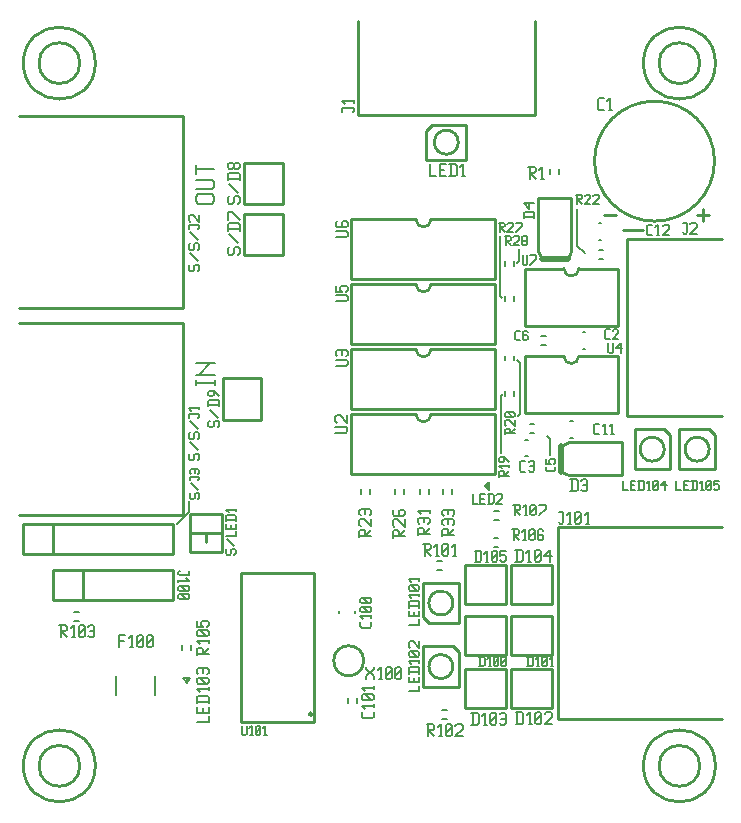
<source format=gbr>
G04 start of page 9 for group -4079 idx -4079 *
G04 Title: (unknown), topsilk *
G04 Creator: pcb 1.99z *
G04 CreationDate: Thu 09 Sep 2010 15:44:30 GMT UTC *
G04 For: rbarlow *
G04 Format: Gerber/RS-274X *
G04 PCB-Dimensions: 236220 263780 *
G04 PCB-Coordinate-Origin: lower left *
%MOIN*%
%FSLAX25Y25*%
%LNFRONTSILK*%
%ADD11C,0.0200*%
%ADD12C,0.0100*%
%ADD13C,0.0079*%
%ADD69C,0.0080*%
G54D13*X57874Y102955D02*Y99412D01*
X167520Y131301D02*X168307Y132088D01*
Y149018D01*
X167323Y150002D01*
X162008Y118898D02*Y137994D01*
X162598Y138584D01*
X187401Y188192D02*X189961Y185632D01*
X161811Y171262D02*X162205Y170868D01*
X187401Y200396D02*Y188192D01*
X167913Y183072D02*X167323Y182482D01*
X161811Y191340D02*Y171262D01*
X167913Y187207D02*Y183072D01*
X178150Y118309D02*Y123822D01*
X57874Y99412D02*X53937Y95475D01*
X178150Y123820D02*X177362Y124607D01*
G54D12*X209252Y193506D02*X202559D01*
G54D13*X60972Y202167D02*X65592D01*
X60972D02*X60202Y202937D01*
Y204477D02*Y202937D01*
Y204477D02*X60972Y205247D01*
X65592D01*
X66362Y204477D02*X65592Y205247D01*
X66362Y204477D02*Y202937D01*
X65592Y202167D02*X66362Y202937D01*
X60202Y207096D02*X65592D01*
X66362Y207866D01*
Y209406D02*Y207866D01*
Y209406D02*X65592Y210176D01*
X60202D02*X65592D01*
X60202Y215106D02*Y212026D01*
Y213566D02*X66362D01*
X60399Y143275D02*Y141735D01*
Y142505D02*X66559D01*
Y143275D02*Y141735D01*
X60399Y145124D02*X66559D01*
X60399D02*X61169D01*
X65019Y148974D01*
X60399D02*X66559D01*
X166469Y183037D02*Y181463D01*
X163453Y183037D02*Y181463D01*
X166469Y171226D02*Y169652D01*
X163453Y171226D02*Y169652D01*
X194524Y183730D02*X196098D01*
X194524Y186746D02*X196098D01*
G54D12*X174421Y186399D02*X175621Y183799D01*
X174421Y203999D02*Y186399D01*
Y203999D02*X185421D01*
Y186399D01*
X184221Y183799D02*X185421Y186399D01*
G54D11*X175621Y183799D02*X184221D01*
G54D69*X194489Y190160D02*X195275D01*
X194489Y195670D02*X195275D01*
G54D13*X181431Y213618D02*Y212044D01*
X178415Y213618D02*Y212044D01*
G54D12*X227150Y198340D02*X231150D01*
X229150Y200340D02*Y196340D01*
X196150Y198340D02*X200150D01*
X233150Y216340D02*G75*G03X233150Y216340I-20000J0D01*G01*
X209457Y249016D02*G75*G03X209457Y249016I12000J0D01*G01*
X214657D02*G75*G03X214657Y249016I6800J0D01*G01*
X114370Y231693D02*X173426D01*
Y263189D02*Y231693D01*
X114370Y263189D02*Y231693D01*
X160137Y196931D02*X138637D01*
X112137D02*X133637D01*
X160137Y176931D02*Y196931D01*
X112137Y176931D02*X160137D01*
X112137Y196931D02*Y176931D01*
X133637Y196931D02*G75*G03X138637Y196931I2500J0D01*G01*
X137056Y226538D02*X139056Y228538D01*
X150436D01*
Y216738D01*
X137056D02*X150436D01*
X137056Y226538D02*Y216738D01*
X139746Y222638D02*G75*G03X139746Y222638I4000J0D01*G01*
G54D13*X145799Y106926D02*Y105352D01*
X142783Y106926D02*Y105352D01*
X137925Y106927D02*Y105353D01*
X134909Y106927D02*Y105353D01*
X129658Y106926D02*Y105352D01*
X126642Y106926D02*Y105352D01*
X118240Y106926D02*Y105352D01*
X115224Y106926D02*Y105352D01*
G54D12*X112137Y131970D02*Y111970D01*
X160137D01*
Y131970D01*
X112137D02*X133637D01*
X160137D02*X138637D01*
X133637D02*G75*G03X138637Y131970I2500J0D01*G01*
G54D13*X158106Y109253D02*Y106891D01*
X156532Y108072D02*X158106Y106891D01*
X156532Y108072D02*X158106Y109253D01*
X156532Y108072D02*X158106D01*
G54D12*X76474Y201926D02*X89274D01*
X76474Y215826D02*Y201926D01*
Y215826D02*X89274D01*
Y201926D01*
X1367Y167352D02*X56142D01*
Y231352D01*
X1367D02*X56142D01*
X2764Y249016D02*G75*G03X2764Y249016I12000J0D01*G01*
X7964D02*G75*G03X7964Y249016I6800J0D01*G01*
X89274Y198865D02*X76474D01*
X89274Y184965D02*Y198865D01*
X76474Y184965D02*X89274D01*
X76474Y198865D02*Y184965D01*
G54D13*X175430Y158006D02*X177004D01*
X175430Y154990D02*X177004D01*
X171493Y125855D02*X173067D01*
X171493Y128871D02*X173067D01*
X166469Y151541D02*Y149967D01*
X163453Y151541D02*Y149967D01*
X166469Y139729D02*Y138155D01*
X163453Y139729D02*Y138155D01*
G54D69*X170080Y123425D02*X170866D01*
X170080Y117915D02*X170866D01*
G54D12*X160137Y175277D02*X138637D01*
X112137D02*X133637D01*
X160137Y155277D02*Y175277D01*
X112137Y155277D02*X160137D01*
X112137Y175277D02*Y155277D01*
X133637Y175277D02*G75*G03X138637Y175277I2500J0D01*G01*
X160137Y153624D02*X138637D01*
X112137D02*X133637D01*
X160137Y133624D02*Y153624D01*
X112137Y133624D02*X160137D01*
X112137Y153624D02*Y133624D01*
X133637Y153624D02*G75*G03X138637Y153624I2500J0D01*G01*
G54D13*X159682Y96723D02*X161256D01*
X159682Y99739D02*X161256D01*
G54D12*X216301Y127013D02*X218301Y125013D01*
Y113633D01*
X206501D02*X218301D01*
X206501Y127013D02*Y113633D01*
Y127013D02*X216301D01*
X212401Y124323D02*G75*G03X212401Y124323I0J-4000D01*G01*
X231262Y127013D02*X233262Y125013D01*
Y113633D01*
X221462D02*X233262D01*
X221462Y127013D02*Y113633D01*
Y127013D02*X231262D01*
X227362Y124323D02*G75*G03X227362Y124323I0J-4000D01*G01*
X184625Y122628D02*X182025Y121428D01*
X202225Y122628D02*X184625D01*
X202225Y111628D02*Y122628D01*
X184625Y111628D02*X202225D01*
X182025Y112828D02*X184625Y111628D01*
G54D11*X182025Y121428D02*Y112828D01*
G54D69*X185040Y124215D02*X185826D01*
X185040Y129725D02*X185826D01*
G54D12*X200919Y180545D02*X187919D01*
X169919D02*X182919D01*
X200919Y161545D02*Y180545D01*
X169919Y161545D02*X200919D01*
X169919Y180545D02*Y161545D01*
X182919Y180545D02*G75*G03X187919Y180545I2500J0D01*G01*
X200919Y151411D02*X187919D01*
X169919D02*X182919D01*
X200919Y132411D02*Y151411D01*
X169919Y132411D02*X200919D01*
X169919Y151411D02*Y132411D01*
X182919Y151411D02*G75*G03X187919Y151411I2500J0D01*G01*
G54D69*X189174Y153742D02*X189960D01*
X189174Y159252D02*X189960D01*
G54D12*X204131Y190512D02*Y131456D01*
X235627D01*
X204131Y190512D02*X235627D01*
X149827Y34190D02*X163727D01*
Y46990D02*Y34190D01*
X149827Y46990D02*X163727D01*
X149827D02*Y34190D01*
G54D13*X159485Y87864D02*X161059D01*
X159485Y90880D02*X161059D01*
G54D12*X165210Y64633D02*X179110D01*
X165210D02*Y51833D01*
X179110D01*
Y64633D02*Y51833D01*
X165210Y81562D02*X179110D01*
X165210D02*Y68762D01*
X179110D01*
Y81562D02*Y68762D01*
X165210Y46990D02*X179110D01*
X165210D02*Y34190D01*
X179110D01*
Y46990D02*Y34190D01*
X149827Y51833D02*X163727D01*
Y64633D02*Y51833D01*
X149827Y64633D02*X163727D01*
X149827D02*Y51833D01*
Y68762D02*X163727D01*
Y81562D02*Y68762D01*
X149827Y81562D02*X163727D01*
X149827D02*Y68762D01*
X138029Y62361D02*X136029Y64361D01*
Y75741D02*Y64361D01*
Y75741D02*X147829D01*
Y62361D01*
X138029D02*X147829D01*
X141929Y65051D02*G75*G03X141929Y65051I0J4000D01*G01*
G54D13*X55775Y54958D02*Y53384D01*
X58791Y54958D02*Y53384D01*
X56102Y44060D02*X58464D01*
X57283Y42486D02*X58464Y44060D01*
X57283Y42486D02*X56102Y44060D01*
X57283D02*Y42486D01*
X33799Y44675D02*Y38249D01*
X46515Y44675D02*Y38249D01*
G54D12*X2764Y14764D02*G75*G03X2764Y14764I12000J0D01*G01*
X7964D02*G75*G03X7964Y14764I6800J0D01*G01*
X209457D02*G75*G03X209457Y14764I12000J0D01*G01*
X214657D02*G75*G03X214657Y14764I6800J0D01*G01*
X180865Y30227D02*X235640D01*
X180865Y94227D02*Y30227D01*
Y94227D02*X235640D01*
G54D13*X140784Y80187D02*X142358D01*
X140784Y83203D02*X142358D01*
G54D69*X107875Y65751D02*Y66537D01*
X113385Y65751D02*Y66537D01*
G54D12*X75393Y79137D02*Y29531D01*
Y79137D02*X99803D01*
Y29531D01*
X75393D02*X99803D01*
X99192Y32011D02*G75*G03X99192Y32011I-610J0D01*G01*
G54D13*X142359Y30384D02*X143933D01*
X142359Y33400D02*X143933D01*
X113910Y37242D02*Y35668D01*
X110894Y37242D02*Y35668D01*
G54D12*X106219Y49805D02*G75*G03X106219Y49805I5000J0D01*G01*
X145829Y54572D02*X147829Y52572D01*
Y41192D01*
X136029D02*X147829D01*
X136029Y54572D02*Y41192D01*
Y54572D02*X145829D01*
X141929Y51882D02*G75*G03X141929Y51882I0J-4000D01*G01*
G54D13*X19721Y66076D02*X21295D01*
X19721Y63060D02*X21295D01*
G54D12*X2797Y85356D02*X52797D01*
Y95356D02*Y85356D01*
X2797Y95356D02*X52797D01*
X2797D02*Y85356D01*
X12797Y95356D02*Y85356D01*
X2797Y95356D02*X12797D01*
X12717Y70002D02*X52717D01*
Y80002D02*Y70002D01*
X12717Y80002D02*X52717D01*
X12717D02*Y70002D01*
X22717Y80002D02*Y70002D01*
X12717Y80002D02*X22717D01*
X1367Y98455D02*X56142D01*
Y162455D01*
X1367D02*X56142D01*
X58480Y98628D02*X69080D01*
X58480D02*Y86028D01*
X69080D01*
Y98628D02*Y86028D01*
X58480Y92328D02*X69080D01*
X63780D02*Y89328D01*
X69227Y130144D02*X82027D01*
X69227Y144044D02*Y130144D01*
Y144044D02*X82027D01*
Y130144D01*
G54D13*X167158Y156732D02*X168328D01*
X166768Y157122D02*X167158Y156732D01*
X166768Y159462D02*Y157122D01*
Y159462D02*X167158Y159852D01*
X168328D01*
X170434D02*X170824Y159462D01*
X169654Y159852D02*X170434D01*
X169264Y159462D02*X169654Y159852D01*
X169264Y159462D02*Y157122D01*
X169654Y156732D01*
X170434Y158292D02*X170824Y157902D01*
X169264Y158292D02*X170434D01*
X169654Y156732D02*X170434D01*
X170824Y157122D01*
Y157902D02*Y157122D01*
X197045Y157125D02*X198215D01*
X196655Y157515D02*X197045Y157125D01*
X196655Y159855D02*Y157515D01*
Y159855D02*X197045Y160245D01*
X198215D01*
X199151Y159855D02*X199541Y160245D01*
X200711D01*
X201101Y159855D01*
Y159075D01*
X199151Y157125D02*X201101Y159075D01*
X199151Y157125D02*X201101D01*
X161256Y195876D02*X162816D01*
X163206Y195486D01*
Y194706D01*
X162816Y194316D02*X163206Y194706D01*
X161646Y194316D02*X162816D01*
X161646Y195876D02*Y192756D01*
Y194316D02*X163206Y192756D01*
X164142Y195486D02*X164532Y195876D01*
X165702D01*
X166092Y195486D01*
Y194706D01*
X164142Y192756D02*X166092Y194706D01*
X164142Y192756D02*X166092D01*
X167029D02*X168979Y194706D01*
Y195876D02*Y194706D01*
X167029Y195876D02*X168979D01*
X186972Y205127D02*X188532D01*
X188922Y204737D01*
Y203957D01*
X188532Y203567D02*X188922Y203957D01*
X187362Y203567D02*X188532D01*
X187362Y205127D02*Y202007D01*
Y203567D02*X188922Y202007D01*
X189858Y204737D02*X190248Y205127D01*
X191418D01*
X191808Y204737D01*
Y203957D01*
X189858Y202007D02*X191808Y203957D01*
X189858Y202007D02*X191808D01*
X192745Y204737D02*X193135Y205127D01*
X194305D01*
X194695Y204737D01*
Y203957D01*
X192745Y202007D02*X194695Y203957D01*
X192745Y202007D02*X194695D01*
X169499Y197690D02*X173059D01*
X169499Y199025D02*X169944Y199470D01*
X172614D01*
X173059Y199025D02*X172614Y199470D01*
X173059Y199025D02*Y197245D01*
X169499Y199025D02*Y197245D01*
X171279Y200538D02*X169499Y202318D01*
X171279Y202763D02*Y200538D01*
X169499Y202318D02*X173059D01*
X169246Y184926D02*Y182196D01*
X169636Y181806D01*
X170416D01*
X170806Y182196D01*
Y184926D02*Y182196D01*
X171742Y181806D02*X173692Y183756D01*
Y184926D02*Y183756D01*
X171742Y184926D02*X173692D01*
X171028Y214554D02*X173028D01*
X173528Y214054D01*
Y213054D01*
X173028Y212554D02*X173528Y213054D01*
X171528Y212554D02*X173028D01*
X171528Y214554D02*Y210554D01*
Y212554D02*X173528Y210554D01*
X175229D02*X176229D01*
X175729Y214554D02*Y210554D01*
X174729Y213554D02*X175729Y214554D01*
X194751Y233308D02*X196251D01*
X194251Y233808D02*X194751Y233308D01*
X194251Y236808D02*Y233808D01*
Y236808D02*X194751Y237308D01*
X196251D01*
X197952Y233308D02*X198952D01*
X198452Y237308D02*Y233308D01*
X197452Y236308D02*X198452Y237308D01*
X222597Y195766D02*X223932D01*
Y192651D01*
X223487Y192206D02*X223932Y192651D01*
X223042Y192206D02*X223487D01*
X222597Y192651D02*X223042Y192206D01*
X225000Y195321D02*X225445Y195766D01*
X226780D01*
X227225Y195321D01*
Y194431D01*
X225000Y192206D02*X227225Y194431D01*
X225000Y192206D02*X227225D01*
X211075Y191614D02*X212410D01*
X210630Y192059D02*X211075Y191614D01*
X210630Y194729D02*Y192059D01*
Y194729D02*X211075Y195174D01*
X212410D01*
X213923Y191614D02*X214813D01*
X214368Y195174D02*Y191614D01*
X213478Y194284D02*X214368Y195174D01*
X215882Y194729D02*X216327Y195174D01*
X217662D01*
X218107Y194729D01*
Y193839D01*
X215882Y191614D02*X218107Y193839D01*
X215882Y191614D02*X218107D01*
X163225Y191349D02*X164785D01*
X165175Y190959D01*
Y190179D01*
X164785Y189789D02*X165175Y190179D01*
X163615Y189789D02*X164785D01*
X163615Y191349D02*Y188229D01*
Y189789D02*X165175Y188229D01*
X166111Y190959D02*X166501Y191349D01*
X167671D01*
X168061Y190959D01*
Y190179D01*
X166111Y188229D02*X168061Y190179D01*
X166111Y188229D02*X168061D01*
X168998Y188619D02*X169388Y188229D01*
X168998Y189399D02*Y188619D01*
Y189399D02*X169388Y189789D01*
X170168D01*
X170558Y189399D01*
Y188619D01*
X170168Y188229D02*X170558Y188619D01*
X169388Y188229D02*X170168D01*
X168998Y190179D02*X169388Y189789D01*
X168998Y190959D02*Y190179D01*
Y190959D02*X169388Y191349D01*
X170168D01*
X170558Y190959D01*
Y190179D01*
X170168Y189789D02*X170558Y190179D01*
X138296Y215342D02*Y211342D01*
X140296D01*
X141497Y213342D02*X142997D01*
X141497Y211342D02*X143497D01*
X141497Y215342D02*Y211342D01*
Y215342D02*X143497D01*
X145198D02*Y211342D01*
X146698Y215342D02*X147198Y214842D01*
Y211842D01*
X146698Y211342D02*X147198Y211842D01*
X144698Y211342D02*X146698D01*
X144698Y215342D02*X146698D01*
X148899Y211342D02*X149899D01*
X149399Y215342D02*Y211342D01*
X148399Y214342D02*X149399Y215342D01*
X106889Y191028D02*X110389D01*
X110889Y191528D01*
Y192528D02*Y191528D01*
Y192528D02*X110389Y193028D01*
X106889D02*X110389D01*
X106889Y195729D02*X107389Y196229D01*
X106889Y195729D02*Y194729D01*
X107389Y194229D02*X106889Y194729D01*
X107389Y194229D02*X110389D01*
X110889Y194729D01*
X108889Y195729D02*X109389Y196229D01*
X108889Y195729D02*Y194229D01*
X110889Y195729D02*Y194729D01*
Y195729D02*X110389Y196229D01*
X109389D02*X110389D01*
X109072Y234101D02*Y232601D01*
Y234101D02*X112572D01*
X113072Y233601D02*X112572Y234101D01*
X113072Y233601D02*Y233101D01*
X112572Y232601D02*X113072Y233101D01*
Y236802D02*Y235802D01*
X109072Y236302D02*X113072D01*
X110072Y235302D02*X109072Y236302D01*
X197789Y155596D02*Y152866D01*
X198179Y152476D01*
X198959D01*
X199349Y152866D01*
Y155596D02*Y152866D01*
X200285Y154036D02*X201845Y155596D01*
X200285Y154036D02*X202235D01*
X201845Y155596D02*Y152476D01*
X180078Y114517D02*Y113347D01*
X179688Y112957D02*X180078Y113347D01*
X177348Y112957D02*X179688D01*
X177348D02*X176958Y113347D01*
Y114517D02*Y113347D01*
Y117013D02*Y115453D01*
X178518D01*
X178128Y115843D01*
Y116623D02*Y115843D01*
Y116623D02*X178518Y117013D01*
X179688D01*
X180078Y116623D02*X179688Y117013D01*
X180078Y116623D02*Y115843D01*
X179688Y115453D02*X180078Y115843D01*
X163378Y126795D02*Y125235D01*
Y126795D02*X163768Y127185D01*
X164548D01*
X164938Y126795D02*X164548Y127185D01*
X164938Y126795D02*Y125625D01*
X163378D02*X166498D01*
X164938D02*X166498Y127185D01*
X163768Y128121D02*X163378Y128511D01*
Y129681D02*Y128511D01*
Y129681D02*X163768Y130071D01*
X164548D01*
X166498Y128121D02*X164548Y130071D01*
X166498D02*Y128121D01*
X166108Y131008D02*X166498Y131398D01*
X163768Y131008D02*X166108D01*
X163768D02*X163378Y131398D01*
Y132178D02*Y131398D01*
Y132178D02*X163768Y132568D01*
X166108D01*
X166498Y132178D02*X166108Y132568D01*
X166498Y132178D02*Y131398D01*
X165718Y131008D02*X164158Y132568D01*
X185539Y110329D02*Y106329D01*
X187039Y110329D02*X187539Y109829D01*
Y106829D01*
X187039Y106329D02*X187539Y106829D01*
X185039Y106329D02*X187039D01*
X185039Y110329D02*X187039D01*
X188740Y109829D02*X189240Y110329D01*
X190240D01*
X190740Y109829D01*
Y106829D01*
X190240Y106329D02*X190740Y106829D01*
X189240Y106329D02*X190240D01*
X188740Y106829D02*X189240Y106329D01*
Y108329D02*X190740D01*
X193437Y125276D02*X194772D01*
X192992Y125721D02*X193437Y125276D01*
X192992Y128391D02*Y125721D01*
Y128391D02*X193437Y128836D01*
X194772D01*
X196285Y125276D02*X197175D01*
X196730Y128836D02*Y125276D01*
X195840Y127946D02*X196730Y128836D01*
X198689Y125276D02*X199579D01*
X199134Y128836D02*Y125276D01*
X198244Y127946D02*X199134Y128836D01*
X168755Y112875D02*X170090D01*
X168310Y113320D02*X168755Y112875D01*
X168310Y115990D02*Y113320D01*
Y115990D02*X168755Y116435D01*
X170090D01*
X171158Y115990D02*X171603Y116435D01*
X172493D01*
X172938Y115990D01*
Y113320D01*
X172493Y112875D02*X172938Y113320D01*
X171603Y112875D02*X172493D01*
X171158Y113320D02*X171603Y112875D01*
Y114655D02*X172938D01*
X142342Y93302D02*Y91302D01*
Y93302D02*X142842Y93802D01*
X143842D01*
X144342Y93302D02*X143842Y93802D01*
X144342Y93302D02*Y91802D01*
X142342D02*X146342D01*
X144342D02*X146342Y93802D01*
X142842Y95003D02*X142342Y95503D01*
Y96503D02*Y95503D01*
Y96503D02*X142842Y97003D01*
X145842D01*
X146342Y96503D02*X145842Y97003D01*
X146342Y96503D02*Y95503D01*
X145842Y95003D02*X146342Y95503D01*
X144342Y97003D02*Y95503D01*
X142842Y98204D02*X142342Y98704D01*
Y99704D02*Y98704D01*
Y99704D02*X142842Y100204D01*
X145842D01*
X146342Y99704D02*X145842Y100204D01*
X146342Y99704D02*Y98704D01*
X145842Y98204D02*X146342Y98704D01*
X144342Y100204D02*Y98704D01*
X134265Y93698D02*Y91698D01*
Y93698D02*X134765Y94198D01*
X135765D01*
X136265Y93698D02*X135765Y94198D01*
X136265Y93698D02*Y92198D01*
X134265D02*X138265D01*
X136265D02*X138265Y94198D01*
X134765Y95399D02*X134265Y95899D01*
Y96899D02*Y95899D01*
Y96899D02*X134765Y97399D01*
X137765D01*
X138265Y96899D02*X137765Y97399D01*
X138265Y96899D02*Y95899D01*
X137765Y95399D02*X138265Y95899D01*
X136265Y97399D02*Y95899D01*
X138265Y100100D02*Y99100D01*
X134265Y99600D02*X138265D01*
X135265Y98600D02*X134265Y99600D01*
X125927Y92786D02*Y90786D01*
Y92786D02*X126427Y93286D01*
X127427D01*
X127927Y92786D02*X127427Y93286D01*
X127927Y92786D02*Y91286D01*
X125927D02*X129927D01*
X127927D02*X129927Y93286D01*
X126427Y94487D02*X125927Y94987D01*
Y96487D02*Y94987D01*
Y96487D02*X126427Y96987D01*
X127427D01*
X129927Y94487D02*X127427Y96987D01*
X129927D02*Y94487D01*
X125927Y99688D02*X126427Y100188D01*
X125927Y99688D02*Y98688D01*
X126427Y98188D02*X125927Y98688D01*
X126427Y98188D02*X129427D01*
X129927Y98688D01*
X127927Y99688D02*X128427Y100188D01*
X127927Y99688D02*Y98188D01*
X129927Y99688D02*Y98688D01*
Y99688D02*X129427Y100188D01*
X128427D02*X129427D01*
X114707Y92982D02*Y90982D01*
Y92982D02*X115207Y93482D01*
X116207D01*
X116707Y92982D02*X116207Y93482D01*
X116707Y92982D02*Y91482D01*
X114707D02*X118707D01*
X116707D02*X118707Y93482D01*
X115207Y94683D02*X114707Y95183D01*
Y96683D02*Y95183D01*
Y96683D02*X115207Y97183D01*
X116207D01*
X118707Y94683D02*X116207Y97183D01*
X118707D02*Y94683D01*
X115207Y98384D02*X114707Y98884D01*
Y99884D02*Y98884D01*
Y99884D02*X115207Y100384D01*
X118207D01*
X118707Y99884D02*X118207Y100384D01*
X118707Y99884D02*Y98884D01*
X118207Y98384D02*X118707Y98884D01*
X116707Y100384D02*Y98884D01*
X135987Y88767D02*X137987D01*
X138487Y88267D01*
Y87267D01*
X137987Y86767D02*X138487Y87267D01*
X136487Y86767D02*X137987D01*
X136487Y88767D02*Y84767D01*
Y86767D02*X138487Y84767D01*
X140188D02*X141188D01*
X140688Y88767D02*Y84767D01*
X139688Y87767D02*X140688Y88767D01*
X142389Y85267D02*X142889Y84767D01*
X142389Y88267D02*Y85267D01*
Y88267D02*X142889Y88767D01*
X143889D01*
X144389Y88267D01*
Y85267D01*
X143889Y84767D02*X144389Y85267D01*
X142889Y84767D02*X143889D01*
X142389Y85767D02*X144389Y87767D01*
X146090Y84767D02*X147090D01*
X146590Y88767D02*Y84767D01*
X145590Y87767D02*X146590Y88767D01*
X153618Y86412D02*Y82852D01*
X154953Y86412D02*X155398Y85967D01*
Y83297D01*
X154953Y82852D02*X155398Y83297D01*
X153173Y82852D02*X154953D01*
X153173Y86412D02*X154953D01*
X156911Y82852D02*X157801D01*
X157356Y86412D02*Y82852D01*
X156466Y85522D02*X157356Y86412D01*
X158870Y83297D02*X159315Y82852D01*
X158870Y85967D02*Y83297D01*
Y85967D02*X159315Y86412D01*
X160205D01*
X160650Y85967D01*
Y83297D01*
X160205Y82852D02*X160650Y83297D01*
X159315Y82852D02*X160205D01*
X158870Y83742D02*X160650Y85522D01*
X161719Y86412D02*X163499D01*
X161719D02*Y84632D01*
X162164Y85077D01*
X163054D01*
X163499Y84632D01*
Y83297D01*
X163054Y82852D02*X163499Y83297D01*
X162164Y82852D02*X163054D01*
X161719Y83297D02*X162164Y82852D01*
X152595Y105323D02*Y102203D01*
X154155D01*
X155091Y103763D02*X156261D01*
X155091Y102203D02*X156651D01*
X155091Y105323D02*Y102203D01*
Y105323D02*X156651D01*
X157978D02*Y102203D01*
X159148Y105323D02*X159538Y104933D01*
Y102593D01*
X159148Y102203D02*X159538Y102593D01*
X157588Y102203D02*X159148D01*
X157588Y105323D02*X159148D01*
X160475Y104933D02*X160865Y105323D01*
X162035D01*
X162425Y104933D01*
Y104153D01*
X160475Y102203D02*X162425Y104153D01*
X160475Y102203D02*X162425D01*
X131214Y39766D02*X134774D01*
Y41546D02*Y39766D01*
X132994Y43949D02*Y42614D01*
X134774Y44394D02*Y42614D01*
X131214D02*X134774D01*
X131214Y44394D02*Y42614D01*
Y45908D02*X134774D01*
X131214Y47243D02*X131659Y47688D01*
X134329D01*
X134774Y47243D02*X134329Y47688D01*
X134774Y47243D02*Y45463D01*
X131214Y47243D02*Y45463D01*
X134774Y50092D02*Y49202D01*
X131214Y49647D02*X134774D01*
X132104Y48757D02*X131214Y49647D01*
X134329Y51161D02*X134774Y51606D01*
X131659Y51161D02*X134329D01*
X131659D02*X131214Y51606D01*
Y52496D02*Y51606D01*
Y52496D02*X131659Y52941D01*
X134329D01*
X134774Y52496D02*X134329Y52941D01*
X134774Y52496D02*Y51606D01*
X133884Y51161D02*X132104Y52941D01*
X131659Y54010D02*X131214Y54455D01*
Y55790D02*Y54455D01*
Y55790D02*X131659Y56235D01*
X132549D01*
X134774Y54010D02*X132549Y56235D01*
X134774D02*Y54010D01*
X131199Y61828D02*X134759D01*
Y63608D02*Y61828D01*
X132979Y66011D02*Y64676D01*
X134759Y66456D02*Y64676D01*
X131199D02*X134759D01*
X131199Y66456D02*Y64676D01*
Y67970D02*X134759D01*
X131199Y69305D02*X131644Y69750D01*
X134314D01*
X134759Y69305D02*X134314Y69750D01*
X134759Y69305D02*Y67525D01*
X131199Y69305D02*Y67525D01*
X134759Y72154D02*Y71264D01*
X131199Y71709D02*X134759D01*
X132089Y70819D02*X131199Y71709D01*
X134314Y73223D02*X134759Y73668D01*
X131644Y73223D02*X134314D01*
X131644D02*X131199Y73668D01*
Y74558D02*Y73668D01*
Y74558D02*X131644Y75003D01*
X134314D01*
X134759Y74558D02*X134314Y75003D01*
X134759Y74558D02*Y73668D01*
X133869Y73223D02*X132089Y75003D01*
X134759Y77407D02*Y76517D01*
X131199Y76962D02*X134759D01*
X132089Y76072D02*X131199Y76962D01*
X161409Y112620D02*Y111060D01*
Y112620D02*X161799Y113010D01*
X162579D01*
X162969Y112620D02*X162579Y113010D01*
X162969Y112620D02*Y111450D01*
X161409D02*X164529D01*
X162969D02*X164529Y113010D01*
Y115116D02*Y114336D01*
X161409Y114726D02*X164529D01*
X162189Y113946D02*X161409Y114726D01*
X164529Y116053D02*X162969Y117613D01*
X161799D02*X162969D01*
X161409Y117223D02*X161799Y117613D01*
X161409Y117223D02*Y116443D01*
X161799Y116053D02*X161409Y116443D01*
X161799Y116053D02*X162579D01*
X162969Y116443D01*
Y117613D02*Y116443D01*
X166104Y101867D02*X167884D01*
X168329Y101422D01*
Y100532D01*
X167884Y100087D02*X168329Y100532D01*
X166549Y100087D02*X167884D01*
X166549Y101867D02*Y98307D01*
Y100087D02*X168329Y98307D01*
X169842D02*X170732D01*
X170287Y101867D02*Y98307D01*
X169397Y100977D02*X170287Y101867D01*
X171801Y98752D02*X172246Y98307D01*
X171801Y101422D02*Y98752D01*
Y101422D02*X172246Y101867D01*
X173136D01*
X173581Y101422D01*
Y98752D01*
X173136Y98307D02*X173581Y98752D01*
X172246Y98307D02*X173136D01*
X171801Y99197D02*X173581Y100977D01*
X174650Y98307D02*X176875Y100532D01*
Y101867D02*Y100532D01*
X174650Y101867D02*X176875D01*
X165713Y93600D02*X167493D01*
X167938Y93155D01*
Y92265D01*
X167493Y91820D02*X167938Y92265D01*
X166158Y91820D02*X167493D01*
X166158Y93600D02*Y90040D01*
Y91820D02*X167938Y90040D01*
X169451D02*X170341D01*
X169896Y93600D02*Y90040D01*
X169006Y92710D02*X169896Y93600D01*
X171410Y90485D02*X171855Y90040D01*
X171410Y93155D02*Y90485D01*
Y93155D02*X171855Y93600D01*
X172745D01*
X173190Y93155D01*
Y90485D01*
X172745Y90040D02*X173190Y90485D01*
X171855Y90040D02*X172745D01*
X171410Y90930D02*X173190Y92710D01*
X175594Y93600D02*X176039Y93155D01*
X174704Y93600D02*X175594D01*
X174259Y93155D02*X174704Y93600D01*
X174259Y93155D02*Y90485D01*
X174704Y90040D01*
X175594Y91820D02*X176039Y91375D01*
X174259Y91820D02*X175594D01*
X174704Y90040D02*X175594D01*
X176039Y90485D01*
Y91375D02*Y90485D01*
X167257Y86768D02*Y82768D01*
X168757Y86768D02*X169257Y86268D01*
Y83268D01*
X168757Y82768D02*X169257Y83268D01*
X166757Y82768D02*X168757D01*
X166757Y86768D02*X168757D01*
X170958Y82768D02*X171958D01*
X171458Y86768D02*Y82768D01*
X170458Y85768D02*X171458Y86768D01*
X173159Y83268D02*X173659Y82768D01*
X173159Y86268D02*Y83268D01*
Y86268D02*X173659Y86768D01*
X174659D01*
X175159Y86268D01*
Y83268D01*
X174659Y82768D02*X175159Y83268D01*
X173659Y82768D02*X174659D01*
X173159Y83768D02*X175159Y85768D01*
X176360Y84768D02*X178360Y86768D01*
X176360Y84768D02*X178860D01*
X178360Y86768D02*Y82768D01*
X202753Y109860D02*Y106740D01*
X204313D01*
X205249Y108300D02*X206419D01*
X205249Y106740D02*X206809D01*
X205249Y109860D02*Y106740D01*
Y109860D02*X206809D01*
X208136D02*Y106740D01*
X209306Y109860D02*X209696Y109470D01*
Y107130D01*
X209306Y106740D02*X209696Y107130D01*
X207746Y106740D02*X209306D01*
X207746Y109860D02*X209306D01*
X211023Y106740D02*X211803D01*
X211413Y109860D02*Y106740D01*
X210633Y109080D02*X211413Y109860D01*
X212740Y107130D02*X213130Y106740D01*
X212740Y109470D02*Y107130D01*
Y109470D02*X213130Y109860D01*
X213910D01*
X214300Y109470D01*
Y107130D01*
X213910Y106740D02*X214300Y107130D01*
X213130Y106740D02*X213910D01*
X212740Y107520D02*X214300Y109080D01*
X215236Y108300D02*X216796Y109860D01*
X215236Y108300D02*X217186D01*
X216796Y109860D02*Y106740D01*
X171083Y51162D02*Y48042D01*
X172253Y51162D02*X172643Y50772D01*
Y48432D01*
X172253Y48042D02*X172643Y48432D01*
X170693Y48042D02*X172253D01*
X170693Y51162D02*X172253D01*
X173969Y48042D02*X174749D01*
X174359Y51162D02*Y48042D01*
X173579Y50382D02*X174359Y51162D01*
X175686Y48432D02*X176076Y48042D01*
X175686Y50772D02*Y48432D01*
Y50772D02*X176076Y51162D01*
X176856D01*
X177246Y50772D01*
Y48432D01*
X176856Y48042D02*X177246Y48432D01*
X176076Y48042D02*X176856D01*
X175686Y48822D02*X177246Y50382D01*
X178573Y48042D02*X179353D01*
X178963Y51162D02*Y48042D01*
X178183Y50382D02*X178963Y51162D01*
X220470Y109858D02*Y106738D01*
X222030D01*
X222966Y108298D02*X224136D01*
X222966Y106738D02*X224526D01*
X222966Y109858D02*Y106738D01*
Y109858D02*X224526D01*
X225853D02*Y106738D01*
X227023Y109858D02*X227413Y109468D01*
Y107128D01*
X227023Y106738D02*X227413Y107128D01*
X225463Y106738D02*X227023D01*
X225463Y109858D02*X227023D01*
X228740Y106738D02*X229520D01*
X229130Y109858D02*Y106738D01*
X228350Y109078D02*X229130Y109858D01*
X230457Y107128D02*X230847Y106738D01*
X230457Y109468D02*Y107128D01*
Y109468D02*X230847Y109858D01*
X231627D01*
X232017Y109468D01*
Y107128D01*
X231627Y106738D02*X232017Y107128D01*
X230847Y106738D02*X231627D01*
X230457Y107518D02*X232017Y109078D01*
X232953Y109858D02*X234513D01*
X232953D02*Y108298D01*
X233343Y108688D01*
X234123D01*
X234513Y108298D01*
Y107128D01*
X234123Y106738D02*X234513Y107128D01*
X233343Y106738D02*X234123D01*
X232953Y107128D02*X233343Y106738D01*
X60646Y53612D02*Y51612D01*
Y53612D02*X61146Y54112D01*
X62146D01*
X62646Y53612D02*X62146Y54112D01*
X62646Y53612D02*Y52112D01*
X60646D02*X64646D01*
X62646D02*X64646Y54112D01*
Y56813D02*Y55813D01*
X60646Y56313D02*X64646D01*
X61646Y55313D02*X60646Y56313D01*
X64146Y58014D02*X64646Y58514D01*
X61146Y58014D02*X64146D01*
X61146D02*X60646Y58514D01*
Y59514D02*Y58514D01*
Y59514D02*X61146Y60014D01*
X64146D01*
X64646Y59514D02*X64146Y60014D01*
X64646Y59514D02*Y58514D01*
X63646Y58014D02*X61646Y60014D01*
X60646Y63215D02*Y61215D01*
X62646D01*
X62146Y61715D01*
Y62715D02*Y61715D01*
Y62715D02*X62646Y63215D01*
X64146D01*
X64646Y62715D02*X64146Y63215D01*
X64646Y62715D02*Y61715D01*
X64146Y61215D02*X64646Y61715D01*
X14799Y61599D02*X16799D01*
X17299Y61099D01*
Y60099D01*
X16799Y59599D02*X17299Y60099D01*
X15299Y59599D02*X16799D01*
X15299Y61599D02*Y57599D01*
Y59599D02*X17299Y57599D01*
X19000D02*X20000D01*
X19500Y61599D02*Y57599D01*
X18500Y60599D02*X19500Y61599D01*
X21201Y58099D02*X21701Y57599D01*
X21201Y61099D02*Y58099D01*
Y61099D02*X21701Y61599D01*
X22701D01*
X23201Y61099D01*
Y58099D01*
X22701Y57599D02*X23201Y58099D01*
X21701Y57599D02*X22701D01*
X21201Y58599D02*X23201Y60599D01*
X24402Y61099D02*X24902Y61599D01*
X25902D01*
X26402Y61099D01*
Y58099D01*
X25902Y57599D02*X26402Y58099D01*
X24902Y57599D02*X25902D01*
X24402Y58099D02*X24902Y57599D01*
Y59599D02*X26402D01*
X154942Y51089D02*Y47969D01*
X156112Y51089D02*X156502Y50699D01*
Y48359D01*
X156112Y47969D02*X156502Y48359D01*
X154552Y47969D02*X156112D01*
X154552Y51089D02*X156112D01*
X157828Y47969D02*X158608D01*
X158218Y51089D02*Y47969D01*
X157438Y50309D02*X158218Y51089D01*
X159545Y48359D02*X159935Y47969D01*
X159545Y50699D02*Y48359D01*
Y50699D02*X159935Y51089D01*
X160715D01*
X161105Y50699D01*
Y48359D01*
X160715Y47969D02*X161105Y48359D01*
X159935Y47969D02*X160715D01*
X159545Y48749D02*X161105Y50309D01*
X162042Y48359D02*X162432Y47969D01*
X162042Y50699D02*Y48359D01*
Y50699D02*X162432Y51089D01*
X163212D01*
X163602Y50699D01*
Y48359D01*
X163212Y47969D02*X163602Y48359D01*
X162432Y47969D02*X163212D01*
X162042Y48749D02*X163602Y50309D01*
X34768Y58254D02*Y54254D01*
Y58254D02*X36768D01*
X34768Y56254D02*X36268D01*
X38469Y54254D02*X39469D01*
X38969Y58254D02*Y54254D01*
X37969Y57254D02*X38969Y58254D01*
X40670Y54754D02*X41170Y54254D01*
X40670Y57754D02*Y54754D01*
Y57754D02*X41170Y58254D01*
X42170D01*
X42670Y57754D01*
Y54754D01*
X42170Y54254D02*X42670Y54754D01*
X41170Y54254D02*X42170D01*
X40670Y55254D02*X42670Y57254D01*
X43871Y54754D02*X44371Y54254D01*
X43871Y57754D02*Y54754D01*
Y57754D02*X44371Y58254D01*
X45371D01*
X45871Y57754D01*
Y54754D01*
X45371Y54254D02*X45871Y54754D01*
X44371Y54254D02*X45371D01*
X43871Y55254D02*X45871Y57254D01*
X137169Y28725D02*X139169D01*
X139669Y28225D01*
Y27225D01*
X139169Y26725D02*X139669Y27225D01*
X137669Y26725D02*X139169D01*
X137669Y28725D02*Y24725D01*
Y26725D02*X139669Y24725D01*
X141370D02*X142370D01*
X141870Y28725D02*Y24725D01*
X140870Y27725D02*X141870Y28725D01*
X143571Y25225D02*X144071Y24725D01*
X143571Y28225D02*Y25225D01*
Y28225D02*X144071Y28725D01*
X145071D01*
X145571Y28225D01*
Y25225D01*
X145071Y24725D02*X145571Y25225D01*
X144071Y24725D02*X145071D01*
X143571Y25725D02*X145571Y27725D01*
X146772Y28225D02*X147272Y28725D01*
X148772D01*
X149272Y28225D01*
Y27225D01*
X146772Y24725D02*X149272Y27225D01*
X146772Y24725D02*X149272D01*
X119568Y32673D02*Y31173D01*
X119068Y30673D02*X119568Y31173D01*
X116068Y30673D02*X119068D01*
X116068D02*X115568Y31173D01*
Y32673D02*Y31173D01*
X119568Y35374D02*Y34374D01*
X115568Y34874D02*X119568D01*
X116568Y33874D02*X115568Y34874D01*
X119068Y36575D02*X119568Y37075D01*
X116068Y36575D02*X119068D01*
X116068D02*X115568Y37075D01*
Y38075D02*Y37075D01*
Y38075D02*X116068Y38575D01*
X119068D01*
X119568Y38075D02*X119068Y38575D01*
X119568Y38075D02*Y37075D01*
X118568Y36575D02*X116568Y38575D01*
X119568Y41276D02*Y40276D01*
X115568Y40776D02*X119568D01*
X116568Y39776D02*X115568Y40776D01*
X117127Y47624D02*Y47124D01*
X119627Y44624D01*
Y43624D01*
X117127Y44624D02*Y43624D01*
Y44624D02*X119627Y47124D01*
Y47624D02*Y47124D01*
X121328Y43624D02*X122328D01*
X121828Y47624D02*Y43624D01*
X120828Y46624D02*X121828Y47624D01*
X123529Y44124D02*X124029Y43624D01*
X123529Y47124D02*Y44124D01*
Y47124D02*X124029Y47624D01*
X125029D01*
X125529Y47124D01*
Y44124D01*
X125029Y43624D02*X125529Y44124D01*
X124029Y43624D02*X125029D01*
X123529Y44624D02*X125529Y46624D01*
X126730Y44124D02*X127230Y43624D01*
X126730Y47124D02*Y44124D01*
Y47124D02*X127230Y47624D01*
X128230D01*
X128730Y47124D01*
Y44124D01*
X128230Y43624D02*X128730Y44124D01*
X127230Y43624D02*X128230D01*
X126730Y44624D02*X128730Y46624D01*
X60645Y29297D02*X64645D01*
Y31297D02*Y29297D01*
X62645Y33998D02*Y32498D01*
X64645Y34498D02*Y32498D01*
X60645D02*X64645D01*
X60645Y34498D02*Y32498D01*
Y36199D02*X64645D01*
X60645Y37699D02*X61145Y38199D01*
X64145D01*
X64645Y37699D02*X64145Y38199D01*
X64645Y37699D02*Y35699D01*
X60645Y37699D02*Y35699D01*
X64645Y40900D02*Y39900D01*
X60645Y40400D02*X64645D01*
X61645Y39400D02*X60645Y40400D01*
X64145Y42101D02*X64645Y42601D01*
X61145Y42101D02*X64145D01*
X61145D02*X60645Y42601D01*
Y43601D02*Y42601D01*
Y43601D02*X61145Y44101D01*
X64145D01*
X64645Y43601D02*X64145Y44101D01*
X64645Y43601D02*Y42601D01*
X63645Y42101D02*X61645Y44101D01*
X61145Y45302D02*X60645Y45802D01*
Y46802D02*Y45802D01*
Y46802D02*X61145Y47302D01*
X64145D01*
X64645Y46802D02*X64145Y47302D01*
X64645Y46802D02*Y45802D01*
X64145Y45302D02*X64645Y45802D01*
X62645Y47302D02*Y45802D01*
X75590Y28159D02*Y25429D01*
X75980Y25039D01*
X76760D01*
X77150Y25429D01*
Y28159D02*Y25429D01*
X78476Y25039D02*X79256D01*
X78866Y28159D02*Y25039D01*
X78086Y27379D02*X78866Y28159D01*
X80193Y25429D02*X80583Y25039D01*
X80193Y27769D02*Y25429D01*
Y27769D02*X80583Y28159D01*
X81363D01*
X81753Y27769D01*
Y25429D01*
X81363Y25039D02*X81753Y25429D01*
X80583Y25039D02*X81363D01*
X80193Y25819D02*X81753Y27379D01*
X83080Y25039D02*X83860D01*
X83470Y28159D02*Y25039D01*
X82690Y27379D02*X83470Y28159D01*
X70373Y86764D02*X70763Y87154D01*
X70373Y86764D02*Y85594D01*
X70763Y85204D02*X70373Y85594D01*
X70763Y85204D02*X71543D01*
X71933Y85594D01*
Y86764D02*Y85594D01*
Y86764D02*X72323Y87154D01*
X73103D01*
X73493Y86764D02*X73103Y87154D01*
X73493Y86764D02*Y85594D01*
X73103Y85204D02*X73493Y85594D01*
X73103Y88090D02*X70763Y90430D01*
X70373Y91367D02*X73493D01*
Y92927D02*Y91367D01*
X71933Y95034D02*Y93864D01*
X73493Y95424D02*Y93864D01*
X70373D02*X73493D01*
X70373Y95424D02*Y93864D01*
Y96751D02*X73493D01*
X70373Y97921D02*X70763Y98311D01*
X73103D01*
X73493Y97921D02*X73103Y98311D01*
X73493Y97921D02*Y96361D01*
X70373Y97921D02*Y96361D01*
X73493Y100417D02*Y99637D01*
X70373Y100027D02*X73493D01*
X71153Y99247D02*X70373Y100027D01*
X58025Y79687D02*Y78352D01*
X54910D02*X58025D01*
X54465Y78797D02*X54910Y78352D01*
X54465Y79242D02*Y78797D01*
X54910Y79687D02*X54465Y79242D01*
Y76839D02*Y75949D01*
Y76394D02*X58025D01*
X57135Y77284D02*X58025Y76394D01*
X54910Y74880D02*X54465Y74435D01*
X54910Y74880D02*X57580D01*
X58025Y74435D01*
Y73545D01*
X57580Y73100D01*
X54910D02*X57580D01*
X54465Y73545D02*X54910Y73100D01*
X54465Y74435D02*Y73545D01*
X55355Y74880D02*X57135Y73100D01*
X54910Y72031D02*X54465Y71586D01*
X54910Y72031D02*X57580D01*
X58025Y71586D01*
Y70696D01*
X57580Y70251D01*
X54910D02*X57580D01*
X54465Y70696D02*X54910Y70251D01*
X54465Y71586D02*Y70696D01*
X55355Y72031D02*X57135Y70251D01*
X118622Y62609D02*Y61274D01*
X118177Y60829D02*X118622Y61274D01*
X115507Y60829D02*X118177D01*
X115507D02*X115062Y61274D01*
Y62609D02*Y61274D01*
X118622Y65012D02*Y64122D01*
X115062Y64567D02*X118622D01*
X115952Y63677D02*X115062Y64567D01*
X118177Y66081D02*X118622Y66526D01*
X115507Y66081D02*X118177D01*
X115507D02*X115062Y66526D01*
Y67416D02*Y66526D01*
Y67416D02*X115507Y67861D01*
X118177D01*
X118622Y67416D02*X118177Y67861D01*
X118622Y67416D02*Y66526D01*
X117732Y66081D02*X115952Y67861D01*
X118177Y68930D02*X118622Y69375D01*
X115507Y68930D02*X118177D01*
X115507D02*X115062Y69375D01*
Y70265D02*Y69375D01*
Y70265D02*X115507Y70710D01*
X118177D01*
X118622Y70265D02*X118177Y70710D01*
X118622Y70265D02*Y69375D01*
X117732Y68930D02*X115952Y70710D01*
X152492Y32440D02*Y28440D01*
X153992Y32440D02*X154492Y31940D01*
Y28940D01*
X153992Y28440D02*X154492Y28940D01*
X151992Y28440D02*X153992D01*
X151992Y32440D02*X153992D01*
X156193Y28440D02*X157193D01*
X156693Y32440D02*Y28440D01*
X155693Y31440D02*X156693Y32440D01*
X158394Y28940D02*X158894Y28440D01*
X158394Y31940D02*Y28940D01*
Y31940D02*X158894Y32440D01*
X159894D01*
X160394Y31940D01*
Y28940D01*
X159894Y28440D02*X160394Y28940D01*
X158894Y28440D02*X159894D01*
X158394Y29440D02*X160394Y31440D01*
X161595Y31940D02*X162095Y32440D01*
X163095D01*
X163595Y31940D01*
Y28940D01*
X163095Y28440D02*X163595Y28940D01*
X162095Y28440D02*X163095D01*
X161595Y28940D02*X162095Y28440D01*
Y30440D02*X163595D01*
X167454Y32562D02*Y28562D01*
X168954Y32562D02*X169454Y32062D01*
Y29062D01*
X168954Y28562D02*X169454Y29062D01*
X166954Y28562D02*X168954D01*
X166954Y32562D02*X168954D01*
X171155Y28562D02*X172155D01*
X171655Y32562D02*Y28562D01*
X170655Y31562D02*X171655Y32562D01*
X173356Y29062D02*X173856Y28562D01*
X173356Y32062D02*Y29062D01*
Y32062D02*X173856Y32562D01*
X174856D01*
X175356Y32062D01*
Y29062D01*
X174856Y28562D02*X175356Y29062D01*
X173856Y28562D02*X174856D01*
X173356Y29562D02*X175356Y31562D01*
X176557Y32062D02*X177057Y32562D01*
X178557D01*
X179057Y32062D01*
Y31062D01*
X176557Y28562D02*X179057Y31062D01*
X176557Y28562D02*X179057D01*
X181222Y99553D02*X182722D01*
Y96053D01*
X182222Y95553D02*X182722Y96053D01*
X181722Y95553D02*X182222D01*
X181222Y96053D02*X181722Y95553D01*
X184423D02*X185423D01*
X184923Y99553D02*Y95553D01*
X183923Y98553D02*X184923Y99553D01*
X186624Y96053D02*X187124Y95553D01*
X186624Y99053D02*Y96053D01*
Y99053D02*X187124Y99553D01*
X188124D01*
X188624Y99053D01*
Y96053D01*
X188124Y95553D02*X188624Y96053D01*
X187124Y95553D02*X188124D01*
X186624Y96553D02*X188624Y98553D01*
X190325Y95553D02*X191325D01*
X190825Y99553D02*Y95553D01*
X189825Y98553D02*X190825Y99553D01*
X58284Y105343D02*X58674Y105733D01*
X58284Y105343D02*Y104173D01*
X58674Y103783D02*X58284Y104173D01*
X58674Y103783D02*X59454D01*
X59844Y104173D01*
Y105343D02*Y104173D01*
Y105343D02*X60234Y105733D01*
X61014D01*
X61404Y105343D02*X61014Y105733D01*
X61404Y105343D02*Y104173D01*
X61014Y103783D02*X61404Y104173D01*
X61014Y106669D02*X58674Y109009D01*
X58284Y111116D02*Y109946D01*
Y111116D02*X61014D01*
X61404Y110726D02*X61014Y111116D01*
X61404Y110726D02*Y110336D01*
X61014Y109946D02*X61404Y110336D01*
X58674Y112053D02*X58284Y112443D01*
Y113223D02*Y112443D01*
Y113223D02*X58674Y113613D01*
X61014D01*
X61404Y113223D02*X61014Y113613D01*
X61404Y113223D02*Y112443D01*
X61014Y112053D02*X61404Y112443D01*
X59844Y113613D02*Y112443D01*
X57859Y181428D02*X58304Y181873D01*
X57859Y181428D02*Y180093D01*
X58304Y179648D02*X57859Y180093D01*
X58304Y179648D02*X59194D01*
X59639Y180093D01*
Y181428D02*Y180093D01*
Y181428D02*X60084Y181873D01*
X60974D01*
X61419Y181428D02*X60974Y181873D01*
X61419Y181428D02*Y180093D01*
X60974Y179648D02*X61419Y180093D01*
X60974Y182941D02*X58304Y185611D01*
X57859Y188460D02*X58304Y188905D01*
X57859Y188460D02*Y187125D01*
X58304Y186680D02*X57859Y187125D01*
X58304Y186680D02*X59194D01*
X59639Y187125D01*
Y188460D02*Y187125D01*
Y188460D02*X60084Y188905D01*
X60974D01*
X61419Y188460D02*X60974Y188905D01*
X61419Y188460D02*Y187125D01*
X60974Y186680D02*X61419Y187125D01*
X60974Y189974D02*X58304Y192644D01*
X57859Y195048D02*Y193713D01*
Y195048D02*X60974D01*
X61419Y194603D02*X60974Y195048D01*
X61419Y194603D02*Y194158D01*
X60974Y193713D02*X61419Y194158D01*
X58304Y196117D02*X57859Y196562D01*
Y197897D02*Y196562D01*
Y197897D02*X58304Y198342D01*
X59194D01*
X61419Y196117D02*X59194Y198342D01*
X61419D02*Y196117D01*
X70947Y187193D02*X71447Y187693D01*
X70947Y187193D02*Y185693D01*
X71447Y185193D02*X70947Y185693D01*
X71447Y185193D02*X72447D01*
X72947Y185693D01*
Y187193D02*Y185693D01*
Y187193D02*X73447Y187693D01*
X74447D01*
X74947Y187193D02*X74447Y187693D01*
X74947Y187193D02*Y185693D01*
X74447Y185193D02*X74947Y185693D01*
X74447Y188894D02*X71447Y191894D01*
X70947Y193595D02*X74947D01*
X70947Y195095D02*X71447Y195595D01*
X74447D01*
X74947Y195095D02*X74447Y195595D01*
X74947Y195095D02*Y193095D01*
X70947Y195095D02*Y193095D01*
X74947Y196796D02*X72447Y199296D01*
X70947D02*X72447D01*
X70947D02*Y196796D01*
X70946Y204123D02*X71446Y204623D01*
X70946Y204123D02*Y202623D01*
X71446Y202123D02*X70946Y202623D01*
X71446Y202123D02*X72446D01*
X72946Y202623D01*
Y204123D02*Y202623D01*
Y204123D02*X73446Y204623D01*
X74446D01*
X74946Y204123D02*X74446Y204623D01*
X74946Y204123D02*Y202623D01*
X74446Y202123D02*X74946Y202623D01*
X74446Y205824D02*X71446Y208824D01*
X70946Y210525D02*X74946D01*
X70946Y212025D02*X71446Y212525D01*
X74446D01*
X74946Y212025D02*X74446Y212525D01*
X74946Y212025D02*Y210025D01*
X70946Y212025D02*Y210025D01*
X74446Y213726D02*X74946Y214226D01*
X73446Y213726D02*X74446D01*
X73446D02*X72946Y214226D01*
Y215226D02*Y214226D01*
Y215226D02*X73446Y215726D01*
X74446D01*
X74946Y215226D02*X74446Y215726D01*
X74946Y215226D02*Y214226D01*
X72446Y213726D02*X72946Y214226D01*
X71446Y213726D02*X72446D01*
X71446D02*X70946Y214226D01*
Y215226D02*Y214226D01*
Y215226D02*X71446Y215726D01*
X72446D01*
X72946Y215226D02*X72446Y215726D01*
X57860Y118434D02*X58305Y118879D01*
X57860Y118434D02*Y117099D01*
X58305Y116654D02*X57860Y117099D01*
X58305Y116654D02*X59195D01*
X59640Y117099D01*
Y118434D02*Y117099D01*
Y118434D02*X60085Y118879D01*
X60975D01*
X61420Y118434D02*X60975Y118879D01*
X61420Y118434D02*Y117099D01*
X60975Y116654D02*X61420Y117099D01*
X60975Y119947D02*X58305Y122617D01*
X57860Y125466D02*X58305Y125911D01*
X57860Y125466D02*Y124131D01*
X58305Y123686D02*X57860Y124131D01*
X58305Y123686D02*X59195D01*
X59640Y124131D01*
Y125466D02*Y124131D01*
Y125466D02*X60085Y125911D01*
X60975D01*
X61420Y125466D02*X60975Y125911D01*
X61420Y125466D02*Y124131D01*
X60975Y123686D02*X61420Y124131D01*
X60975Y126980D02*X58305Y129650D01*
X57860Y132054D02*Y130719D01*
Y132054D02*X60975D01*
X61420Y131609D02*X60975Y132054D01*
X61420Y131609D02*Y131164D01*
X60975Y130719D02*X61420Y131164D01*
Y134458D02*Y133568D01*
X57860Y134013D02*X61420D01*
X58750Y133123D02*X57860Y134013D01*
X64377Y129365D02*X64822Y129810D01*
X64377Y129365D02*Y128030D01*
X64822Y127585D02*X64377Y128030D01*
X64822Y127585D02*X65712D01*
X66157Y128030D01*
Y129365D02*Y128030D01*
Y129365D02*X66602Y129810D01*
X67492D01*
X67937Y129365D02*X67492Y129810D01*
X67937Y129365D02*Y128030D01*
X67492Y127585D02*X67937Y128030D01*
X67492Y130878D02*X64822Y133548D01*
X64377Y135062D02*X67937D01*
X64377Y136397D02*X64822Y136842D01*
X67492D01*
X67937Y136397D02*X67492Y136842D01*
X67937Y136397D02*Y134617D01*
X64377Y136397D02*Y134617D01*
X67937Y137911D02*X66157Y139691D01*
X64822D02*X66157D01*
X64377Y139246D02*X64822Y139691D01*
X64377Y139246D02*Y138356D01*
X64822Y137911D02*X64377Y138356D01*
X64822Y137911D02*X65712D01*
X66157Y138356D01*
Y139691D02*Y138356D01*
X106890Y169572D02*X110390D01*
X110890Y170072D01*
Y171072D02*Y170072D01*
Y171072D02*X110390Y171572D01*
X106890D02*X110390D01*
X106890Y174773D02*Y172773D01*
X108890D01*
X108390Y173273D01*
Y174273D02*Y173273D01*
Y174273D02*X108890Y174773D01*
X110390D01*
X110890Y174273D02*X110390Y174773D01*
X110890Y174273D02*Y173273D01*
X110390Y172773D02*X110890Y173273D01*
X106889Y148116D02*X110389D01*
X110889Y148616D01*
Y149616D02*Y148616D01*
Y149616D02*X110389Y150116D01*
X106889D02*X110389D01*
X107389Y151317D02*X106889Y151817D01*
Y152817D02*Y151817D01*
Y152817D02*X107389Y153317D01*
X110389D01*
X110889Y152817D02*X110389Y153317D01*
X110889Y152817D02*Y151817D01*
X110389Y151317D02*X110889Y151817D01*
X108889Y153317D02*Y151817D01*
X106693Y125872D02*X110193D01*
X110693Y126372D01*
Y127372D02*Y126372D01*
Y127372D02*X110193Y127872D01*
X106693D02*X110193D01*
X107193Y129073D02*X106693Y129573D01*
Y131073D02*Y129573D01*
Y131073D02*X107193Y131573D01*
X108193D01*
X110693Y129073D02*X108193Y131573D01*
X110693D02*Y129073D01*
M02*

</source>
